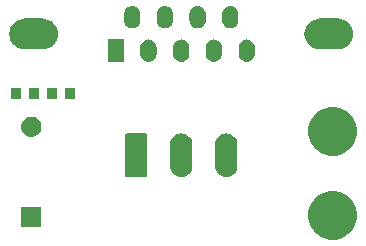
<source format=gts>
G04 #@! TF.GenerationSoftware,KiCad,Pcbnew,(5.1.4)-1*
G04 #@! TF.CreationDate,2021-11-22T21:05:38+08:00*
G04 #@! TF.ProjectId,CAN-DB9,43414e2d-4442-4392-9e6b-696361645f70,rev?*
G04 #@! TF.SameCoordinates,Original*
G04 #@! TF.FileFunction,Soldermask,Top*
G04 #@! TF.FilePolarity,Negative*
%FSLAX46Y46*%
G04 Gerber Fmt 4.6, Leading zero omitted, Abs format (unit mm)*
G04 Created by KiCad (PCBNEW (5.1.4)-1) date 2021-11-22 21:05:38*
%MOMM*%
%LPD*%
G04 APERTURE LIST*
%ADD10C,0.100000*%
G04 APERTURE END LIST*
D10*
G36*
X129249254Y-82863818D02*
G01*
X129622511Y-83018426D01*
X129622513Y-83018427D01*
X129958436Y-83242884D01*
X130244116Y-83528564D01*
X130468574Y-83864489D01*
X130623182Y-84237746D01*
X130702000Y-84633993D01*
X130702000Y-85038007D01*
X130623182Y-85434254D01*
X130468574Y-85807511D01*
X130468573Y-85807513D01*
X130244116Y-86143436D01*
X129958436Y-86429116D01*
X129622513Y-86653573D01*
X129622512Y-86653574D01*
X129622511Y-86653574D01*
X129249254Y-86808182D01*
X128853007Y-86887000D01*
X128448993Y-86887000D01*
X128052746Y-86808182D01*
X127679489Y-86653574D01*
X127679488Y-86653574D01*
X127679487Y-86653573D01*
X127343564Y-86429116D01*
X127057884Y-86143436D01*
X126833427Y-85807513D01*
X126833426Y-85807511D01*
X126678818Y-85434254D01*
X126600000Y-85038007D01*
X126600000Y-84633993D01*
X126678818Y-84237746D01*
X126833426Y-83864489D01*
X127057884Y-83528564D01*
X127343564Y-83242884D01*
X127679487Y-83018427D01*
X127679489Y-83018426D01*
X128052746Y-82863818D01*
X128448993Y-82785000D01*
X128853007Y-82785000D01*
X129249254Y-82863818D01*
X129249254Y-82863818D01*
G37*
G36*
X103975000Y-85814000D02*
G01*
X102273000Y-85814000D01*
X102273000Y-84112000D01*
X103975000Y-84112000D01*
X103975000Y-85814000D01*
X103975000Y-85814000D01*
G37*
G36*
X116010424Y-77918760D02*
G01*
X116010427Y-77918761D01*
X116010428Y-77918761D01*
X116189692Y-77973140D01*
X116189695Y-77973142D01*
X116189696Y-77973142D01*
X116354903Y-78061446D01*
X116499712Y-78180288D01*
X116618554Y-78325097D01*
X116706858Y-78490303D01*
X116706860Y-78490307D01*
X116706860Y-78490308D01*
X116761240Y-78669575D01*
X116775000Y-78809282D01*
X116775000Y-80702718D01*
X116761240Y-80842425D01*
X116761239Y-80842428D01*
X116761239Y-80842429D01*
X116706860Y-81021693D01*
X116706858Y-81021696D01*
X116706858Y-81021697D01*
X116618554Y-81186903D01*
X116499712Y-81331712D01*
X116354903Y-81450554D01*
X116207425Y-81529382D01*
X116189693Y-81538860D01*
X116010429Y-81593239D01*
X116010428Y-81593239D01*
X116010425Y-81593240D01*
X115824000Y-81611601D01*
X115637576Y-81593240D01*
X115637573Y-81593239D01*
X115637572Y-81593239D01*
X115458308Y-81538860D01*
X115440576Y-81529382D01*
X115293098Y-81450554D01*
X115148289Y-81331712D01*
X115029447Y-81186903D01*
X114941143Y-81021697D01*
X114941143Y-81021696D01*
X114941141Y-81021693D01*
X114886762Y-80842429D01*
X114886762Y-80842428D01*
X114886761Y-80842425D01*
X114873000Y-80702717D01*
X114873000Y-78809283D01*
X114886760Y-78669576D01*
X114886761Y-78669572D01*
X114941140Y-78490308D01*
X114941143Y-78490303D01*
X115029446Y-78325097D01*
X115148288Y-78180288D01*
X115293097Y-78061446D01*
X115458303Y-77973142D01*
X115458304Y-77973142D01*
X115458307Y-77973140D01*
X115637571Y-77918761D01*
X115637572Y-77918761D01*
X115637575Y-77918760D01*
X115824000Y-77900399D01*
X116010424Y-77918760D01*
X116010424Y-77918760D01*
G37*
G36*
X119820424Y-77918760D02*
G01*
X119820427Y-77918761D01*
X119820428Y-77918761D01*
X119999692Y-77973140D01*
X119999695Y-77973142D01*
X119999696Y-77973142D01*
X120164903Y-78061446D01*
X120309712Y-78180288D01*
X120428554Y-78325097D01*
X120516858Y-78490303D01*
X120516860Y-78490307D01*
X120516860Y-78490308D01*
X120571240Y-78669575D01*
X120585000Y-78809282D01*
X120585000Y-80702718D01*
X120571240Y-80842425D01*
X120571239Y-80842428D01*
X120571239Y-80842429D01*
X120516860Y-81021693D01*
X120516858Y-81021696D01*
X120516858Y-81021697D01*
X120428554Y-81186903D01*
X120309712Y-81331712D01*
X120164903Y-81450554D01*
X120017425Y-81529382D01*
X119999693Y-81538860D01*
X119820429Y-81593239D01*
X119820428Y-81593239D01*
X119820425Y-81593240D01*
X119634000Y-81611601D01*
X119447576Y-81593240D01*
X119447573Y-81593239D01*
X119447572Y-81593239D01*
X119268308Y-81538860D01*
X119250576Y-81529382D01*
X119103098Y-81450554D01*
X118958289Y-81331712D01*
X118839447Y-81186903D01*
X118751143Y-81021697D01*
X118751143Y-81021696D01*
X118751141Y-81021693D01*
X118696762Y-80842429D01*
X118696762Y-80842428D01*
X118696761Y-80842425D01*
X118683000Y-80702717D01*
X118683000Y-78809283D01*
X118696760Y-78669576D01*
X118696761Y-78669572D01*
X118751140Y-78490308D01*
X118751143Y-78490303D01*
X118839446Y-78325097D01*
X118958288Y-78180288D01*
X119103097Y-78061446D01*
X119268303Y-77973142D01*
X119268304Y-77973142D01*
X119268307Y-77973140D01*
X119447571Y-77918761D01*
X119447572Y-77918761D01*
X119447575Y-77918760D01*
X119634000Y-77900399D01*
X119820424Y-77918760D01*
X119820424Y-77918760D01*
G37*
G36*
X112824915Y-77908934D02*
G01*
X112857424Y-77918795D01*
X112887382Y-77934809D01*
X112913641Y-77956359D01*
X112935191Y-77982618D01*
X112951205Y-78012576D01*
X112961066Y-78045085D01*
X112965000Y-78085029D01*
X112965000Y-81426971D01*
X112961066Y-81466915D01*
X112951205Y-81499424D01*
X112935191Y-81529382D01*
X112913641Y-81555641D01*
X112887382Y-81577191D01*
X112857424Y-81593205D01*
X112824915Y-81603066D01*
X112784971Y-81607000D01*
X111243029Y-81607000D01*
X111203085Y-81603066D01*
X111170576Y-81593205D01*
X111140618Y-81577191D01*
X111114359Y-81555641D01*
X111092809Y-81529382D01*
X111076795Y-81499424D01*
X111066934Y-81466915D01*
X111063000Y-81426971D01*
X111063000Y-78085029D01*
X111066934Y-78045085D01*
X111076795Y-78012576D01*
X111092809Y-77982618D01*
X111114359Y-77956359D01*
X111140618Y-77934809D01*
X111170576Y-77918795D01*
X111203085Y-77908934D01*
X111243029Y-77905000D01*
X112784971Y-77905000D01*
X112824915Y-77908934D01*
X112824915Y-77908934D01*
G37*
G36*
X129249254Y-75751818D02*
G01*
X129622511Y-75906426D01*
X129622513Y-75906427D01*
X129958436Y-76130884D01*
X130244116Y-76416564D01*
X130388063Y-76631995D01*
X130468574Y-76752489D01*
X130623182Y-77125746D01*
X130702000Y-77521993D01*
X130702000Y-77926007D01*
X130623182Y-78322254D01*
X130468574Y-78695511D01*
X130468573Y-78695513D01*
X130244116Y-79031436D01*
X129958436Y-79317116D01*
X129622513Y-79541573D01*
X129622512Y-79541574D01*
X129622511Y-79541574D01*
X129249254Y-79696182D01*
X128853007Y-79775000D01*
X128448993Y-79775000D01*
X128052746Y-79696182D01*
X127679489Y-79541574D01*
X127679488Y-79541574D01*
X127679487Y-79541573D01*
X127343564Y-79317116D01*
X127057884Y-79031436D01*
X126833427Y-78695513D01*
X126833426Y-78695511D01*
X126678818Y-78322254D01*
X126600000Y-77926007D01*
X126600000Y-77521993D01*
X126678818Y-77125746D01*
X126833426Y-76752489D01*
X126913938Y-76631995D01*
X127057884Y-76416564D01*
X127343564Y-76130884D01*
X127679487Y-75906427D01*
X127679489Y-75906426D01*
X128052746Y-75751818D01*
X128448993Y-75673000D01*
X128853007Y-75673000D01*
X129249254Y-75751818D01*
X129249254Y-75751818D01*
G37*
G36*
X103290823Y-76504313D02*
G01*
X103451242Y-76552976D01*
X103583906Y-76623886D01*
X103599078Y-76631996D01*
X103728659Y-76738341D01*
X103835004Y-76867922D01*
X103835005Y-76867924D01*
X103914024Y-77015758D01*
X103962687Y-77176177D01*
X103979117Y-77343000D01*
X103962687Y-77509823D01*
X103914024Y-77670242D01*
X103843114Y-77802906D01*
X103835004Y-77818078D01*
X103728659Y-77947659D01*
X103599078Y-78054004D01*
X103599076Y-78054005D01*
X103451242Y-78133024D01*
X103290823Y-78181687D01*
X103165804Y-78194000D01*
X103082196Y-78194000D01*
X102957177Y-78181687D01*
X102796758Y-78133024D01*
X102648924Y-78054005D01*
X102648922Y-78054004D01*
X102519341Y-77947659D01*
X102412996Y-77818078D01*
X102404886Y-77802906D01*
X102333976Y-77670242D01*
X102285313Y-77509823D01*
X102268883Y-77343000D01*
X102285313Y-77176177D01*
X102333976Y-77015758D01*
X102412995Y-76867924D01*
X102412996Y-76867922D01*
X102519341Y-76738341D01*
X102648922Y-76631996D01*
X102664094Y-76623886D01*
X102796758Y-76552976D01*
X102957177Y-76504313D01*
X103082196Y-76492000D01*
X103165804Y-76492000D01*
X103290823Y-76504313D01*
X103290823Y-76504313D01*
G37*
G36*
X103810000Y-75006400D02*
G01*
X102946000Y-75006400D01*
X102946000Y-74091600D01*
X103810000Y-74091600D01*
X103810000Y-75006400D01*
X103810000Y-75006400D01*
G37*
G36*
X106858000Y-75006400D02*
G01*
X105994000Y-75006400D01*
X105994000Y-74091600D01*
X106858000Y-74091600D01*
X106858000Y-75006400D01*
X106858000Y-75006400D01*
G37*
G36*
X102286000Y-75006400D02*
G01*
X101422000Y-75006400D01*
X101422000Y-74091600D01*
X102286000Y-74091600D01*
X102286000Y-75006400D01*
X102286000Y-75006400D01*
G37*
G36*
X105334000Y-75006400D02*
G01*
X104470000Y-75006400D01*
X104470000Y-74091600D01*
X105334000Y-74091600D01*
X105334000Y-75006400D01*
X105334000Y-75006400D01*
G37*
G36*
X118728479Y-69958926D02*
G01*
X118762618Y-69969282D01*
X118857795Y-69998153D01*
X118976964Y-70061851D01*
X119081423Y-70147577D01*
X119167149Y-70252036D01*
X119230847Y-70371205D01*
X119270074Y-70500522D01*
X119280000Y-70601300D01*
X119280000Y-71176700D01*
X119270074Y-71277478D01*
X119230847Y-71406795D01*
X119167149Y-71525964D01*
X119081423Y-71630422D01*
X118976963Y-71716149D01*
X118857794Y-71779847D01*
X118804393Y-71796046D01*
X118728478Y-71819074D01*
X118594000Y-71832319D01*
X118459521Y-71819074D01*
X118383606Y-71796046D01*
X118330205Y-71779847D01*
X118211036Y-71716149D01*
X118106578Y-71630423D01*
X118020851Y-71525963D01*
X117957153Y-71406794D01*
X117940955Y-71353394D01*
X117917926Y-71277478D01*
X117908000Y-71176697D01*
X117908000Y-70601302D01*
X117917926Y-70500521D01*
X117957152Y-70371209D01*
X117957152Y-70371208D01*
X117991201Y-70307508D01*
X118020852Y-70252035D01*
X118028539Y-70242669D01*
X118106578Y-70147577D01*
X118211037Y-70061851D01*
X118330206Y-69998153D01*
X118425383Y-69969282D01*
X118459522Y-69958926D01*
X118594000Y-69945681D01*
X118728479Y-69958926D01*
X118728479Y-69958926D01*
G37*
G36*
X121498479Y-69958926D02*
G01*
X121532618Y-69969282D01*
X121627795Y-69998153D01*
X121746964Y-70061851D01*
X121851423Y-70147577D01*
X121937149Y-70252036D01*
X122000847Y-70371205D01*
X122040074Y-70500522D01*
X122050000Y-70601300D01*
X122050000Y-71176700D01*
X122040074Y-71277478D01*
X122000847Y-71406795D01*
X121937149Y-71525964D01*
X121851423Y-71630422D01*
X121746963Y-71716149D01*
X121627794Y-71779847D01*
X121574393Y-71796046D01*
X121498478Y-71819074D01*
X121364000Y-71832319D01*
X121229521Y-71819074D01*
X121153606Y-71796046D01*
X121100205Y-71779847D01*
X120981036Y-71716149D01*
X120876578Y-71630423D01*
X120790851Y-71525963D01*
X120727153Y-71406794D01*
X120710955Y-71353394D01*
X120687926Y-71277478D01*
X120678000Y-71176697D01*
X120678000Y-70601302D01*
X120687926Y-70500521D01*
X120727152Y-70371209D01*
X120727152Y-70371208D01*
X120761201Y-70307508D01*
X120790852Y-70252035D01*
X120798539Y-70242669D01*
X120876578Y-70147577D01*
X120981037Y-70061851D01*
X121100206Y-69998153D01*
X121195383Y-69969282D01*
X121229522Y-69958926D01*
X121364000Y-69945681D01*
X121498479Y-69958926D01*
X121498479Y-69958926D01*
G37*
G36*
X115958479Y-69958926D02*
G01*
X115992618Y-69969282D01*
X116087795Y-69998153D01*
X116206964Y-70061851D01*
X116311423Y-70147577D01*
X116397149Y-70252036D01*
X116460847Y-70371205D01*
X116500074Y-70500522D01*
X116510000Y-70601300D01*
X116510000Y-71176700D01*
X116500074Y-71277478D01*
X116460847Y-71406795D01*
X116397149Y-71525964D01*
X116311423Y-71630422D01*
X116206963Y-71716149D01*
X116087794Y-71779847D01*
X116034393Y-71796046D01*
X115958478Y-71819074D01*
X115824000Y-71832319D01*
X115689521Y-71819074D01*
X115613606Y-71796046D01*
X115560205Y-71779847D01*
X115441036Y-71716149D01*
X115336578Y-71630423D01*
X115250851Y-71525963D01*
X115187153Y-71406794D01*
X115170955Y-71353394D01*
X115147926Y-71277478D01*
X115138000Y-71176697D01*
X115138000Y-70601302D01*
X115147926Y-70500521D01*
X115187152Y-70371209D01*
X115187152Y-70371208D01*
X115221201Y-70307508D01*
X115250852Y-70252035D01*
X115258539Y-70242669D01*
X115336578Y-70147577D01*
X115441037Y-70061851D01*
X115560206Y-69998153D01*
X115655383Y-69969282D01*
X115689522Y-69958926D01*
X115824000Y-69945681D01*
X115958479Y-69958926D01*
X115958479Y-69958926D01*
G37*
G36*
X113188479Y-69958926D02*
G01*
X113222618Y-69969282D01*
X113317795Y-69998153D01*
X113436964Y-70061851D01*
X113541423Y-70147577D01*
X113627149Y-70252036D01*
X113690847Y-70371205D01*
X113730074Y-70500522D01*
X113740000Y-70601300D01*
X113740000Y-71176700D01*
X113730074Y-71277478D01*
X113690847Y-71406795D01*
X113627149Y-71525964D01*
X113541423Y-71630422D01*
X113436963Y-71716149D01*
X113317794Y-71779847D01*
X113264393Y-71796046D01*
X113188478Y-71819074D01*
X113054000Y-71832319D01*
X112919521Y-71819074D01*
X112843606Y-71796046D01*
X112790205Y-71779847D01*
X112671036Y-71716149D01*
X112566578Y-71630423D01*
X112480851Y-71525963D01*
X112417153Y-71406794D01*
X112400955Y-71353394D01*
X112377926Y-71277478D01*
X112368000Y-71176697D01*
X112368000Y-70601302D01*
X112377926Y-70500521D01*
X112417152Y-70371209D01*
X112417152Y-70371208D01*
X112451201Y-70307508D01*
X112480852Y-70252035D01*
X112488539Y-70242669D01*
X112566578Y-70147577D01*
X112671037Y-70061851D01*
X112790206Y-69998153D01*
X112885383Y-69969282D01*
X112919522Y-69958926D01*
X113054000Y-69945681D01*
X113188479Y-69958926D01*
X113188479Y-69958926D01*
G37*
G36*
X110970000Y-71829000D02*
G01*
X109598000Y-71829000D01*
X109598000Y-69949000D01*
X110970000Y-69949000D01*
X110970000Y-71829000D01*
X110970000Y-71829000D01*
G37*
G36*
X104238472Y-68177412D02*
G01*
X104334040Y-68186825D01*
X104579280Y-68261218D01*
X104805294Y-68382025D01*
X104856899Y-68424376D01*
X105003397Y-68544603D01*
X105119407Y-68685963D01*
X105165975Y-68742706D01*
X105286782Y-68968720D01*
X105361175Y-69213960D01*
X105386294Y-69469000D01*
X105361175Y-69724040D01*
X105286782Y-69969280D01*
X105165975Y-70195294D01*
X105123624Y-70246899D01*
X105003397Y-70393397D01*
X104856899Y-70513624D01*
X104805294Y-70555975D01*
X104579280Y-70676782D01*
X104334040Y-70751175D01*
X104238472Y-70760588D01*
X104142906Y-70770000D01*
X102515094Y-70770000D01*
X102419528Y-70760588D01*
X102323960Y-70751175D01*
X102078720Y-70676782D01*
X101852706Y-70555975D01*
X101801101Y-70513624D01*
X101654603Y-70393397D01*
X101534376Y-70246899D01*
X101492025Y-70195294D01*
X101371218Y-69969280D01*
X101296825Y-69724040D01*
X101271706Y-69469000D01*
X101296825Y-69213960D01*
X101371218Y-68968720D01*
X101492025Y-68742706D01*
X101538593Y-68685963D01*
X101654603Y-68544603D01*
X101801101Y-68424376D01*
X101852706Y-68382025D01*
X102078720Y-68261218D01*
X102323960Y-68186825D01*
X102419528Y-68177412D01*
X102515094Y-68168000D01*
X104142906Y-68168000D01*
X104238472Y-68177412D01*
X104238472Y-68177412D01*
G37*
G36*
X129228472Y-68177412D02*
G01*
X129324040Y-68186825D01*
X129569280Y-68261218D01*
X129795294Y-68382025D01*
X129846899Y-68424376D01*
X129993397Y-68544603D01*
X130109407Y-68685963D01*
X130155975Y-68742706D01*
X130276782Y-68968720D01*
X130351175Y-69213960D01*
X130376294Y-69469000D01*
X130351175Y-69724040D01*
X130276782Y-69969280D01*
X130155975Y-70195294D01*
X130113624Y-70246899D01*
X129993397Y-70393397D01*
X129846899Y-70513624D01*
X129795294Y-70555975D01*
X129569280Y-70676782D01*
X129324040Y-70751175D01*
X129228472Y-70760588D01*
X129132906Y-70770000D01*
X127505094Y-70770000D01*
X127409528Y-70760588D01*
X127313960Y-70751175D01*
X127068720Y-70676782D01*
X126842706Y-70555975D01*
X126791101Y-70513624D01*
X126644603Y-70393397D01*
X126524376Y-70246899D01*
X126482025Y-70195294D01*
X126361218Y-69969280D01*
X126286825Y-69724040D01*
X126261706Y-69469000D01*
X126286825Y-69213960D01*
X126361218Y-68968720D01*
X126482025Y-68742706D01*
X126528593Y-68685963D01*
X126644603Y-68544603D01*
X126791101Y-68424376D01*
X126842706Y-68382025D01*
X127068720Y-68261218D01*
X127313960Y-68186825D01*
X127409528Y-68177412D01*
X127505094Y-68168000D01*
X129132906Y-68168000D01*
X129228472Y-68177412D01*
X129228472Y-68177412D01*
G37*
G36*
X114573479Y-67118926D02*
G01*
X114649395Y-67141955D01*
X114702795Y-67158153D01*
X114821964Y-67221851D01*
X114926423Y-67307577D01*
X115012149Y-67412036D01*
X115075847Y-67531205D01*
X115115074Y-67660522D01*
X115125000Y-67761300D01*
X115125000Y-68336700D01*
X115115074Y-68437478D01*
X115075847Y-68566795D01*
X115012149Y-68685964D01*
X114926423Y-68790422D01*
X114821963Y-68876149D01*
X114702794Y-68939847D01*
X114649393Y-68956046D01*
X114573478Y-68979074D01*
X114439000Y-68992319D01*
X114304521Y-68979074D01*
X114228606Y-68956046D01*
X114175205Y-68939847D01*
X114056036Y-68876149D01*
X113951578Y-68790423D01*
X113865851Y-68685963D01*
X113802153Y-68566794D01*
X113785955Y-68513394D01*
X113762926Y-68437478D01*
X113753000Y-68336697D01*
X113753000Y-67761302D01*
X113762926Y-67660521D01*
X113802152Y-67531209D01*
X113802152Y-67531208D01*
X113836201Y-67467508D01*
X113865852Y-67412035D01*
X113873539Y-67402669D01*
X113951578Y-67307577D01*
X114056037Y-67221851D01*
X114175206Y-67158153D01*
X114228606Y-67141955D01*
X114304522Y-67118926D01*
X114439000Y-67105681D01*
X114573479Y-67118926D01*
X114573479Y-67118926D01*
G37*
G36*
X111803479Y-67118926D02*
G01*
X111879395Y-67141955D01*
X111932795Y-67158153D01*
X112051964Y-67221851D01*
X112156423Y-67307577D01*
X112242149Y-67412036D01*
X112305847Y-67531205D01*
X112345074Y-67660522D01*
X112355000Y-67761300D01*
X112355000Y-68336700D01*
X112345074Y-68437478D01*
X112305847Y-68566795D01*
X112242149Y-68685964D01*
X112156423Y-68790422D01*
X112051963Y-68876149D01*
X111932794Y-68939847D01*
X111879393Y-68956046D01*
X111803478Y-68979074D01*
X111669000Y-68992319D01*
X111534521Y-68979074D01*
X111458606Y-68956046D01*
X111405205Y-68939847D01*
X111286036Y-68876149D01*
X111181578Y-68790423D01*
X111095851Y-68685963D01*
X111032153Y-68566794D01*
X111015955Y-68513394D01*
X110992926Y-68437478D01*
X110983000Y-68336697D01*
X110983000Y-67761302D01*
X110992926Y-67660521D01*
X111032152Y-67531209D01*
X111032152Y-67531208D01*
X111066201Y-67467508D01*
X111095852Y-67412035D01*
X111103539Y-67402669D01*
X111181578Y-67307577D01*
X111286037Y-67221851D01*
X111405206Y-67158153D01*
X111458606Y-67141955D01*
X111534522Y-67118926D01*
X111669000Y-67105681D01*
X111803479Y-67118926D01*
X111803479Y-67118926D01*
G37*
G36*
X120113479Y-67118926D02*
G01*
X120189395Y-67141955D01*
X120242795Y-67158153D01*
X120361964Y-67221851D01*
X120466423Y-67307577D01*
X120552149Y-67412036D01*
X120615847Y-67531205D01*
X120655074Y-67660522D01*
X120665000Y-67761300D01*
X120665000Y-68336700D01*
X120655074Y-68437478D01*
X120615847Y-68566795D01*
X120552149Y-68685964D01*
X120466423Y-68790422D01*
X120361963Y-68876149D01*
X120242794Y-68939847D01*
X120189393Y-68956046D01*
X120113478Y-68979074D01*
X119979000Y-68992319D01*
X119844521Y-68979074D01*
X119768606Y-68956046D01*
X119715205Y-68939847D01*
X119596036Y-68876149D01*
X119491578Y-68790423D01*
X119405851Y-68685963D01*
X119342153Y-68566794D01*
X119325955Y-68513394D01*
X119302926Y-68437478D01*
X119293000Y-68336697D01*
X119293000Y-67761302D01*
X119302926Y-67660521D01*
X119342152Y-67531209D01*
X119342152Y-67531208D01*
X119376201Y-67467508D01*
X119405852Y-67412035D01*
X119413539Y-67402669D01*
X119491578Y-67307577D01*
X119596037Y-67221851D01*
X119715206Y-67158153D01*
X119768606Y-67141955D01*
X119844522Y-67118926D01*
X119979000Y-67105681D01*
X120113479Y-67118926D01*
X120113479Y-67118926D01*
G37*
G36*
X117343479Y-67118926D02*
G01*
X117419395Y-67141955D01*
X117472795Y-67158153D01*
X117591964Y-67221851D01*
X117696423Y-67307577D01*
X117782149Y-67412036D01*
X117845847Y-67531205D01*
X117885074Y-67660522D01*
X117895000Y-67761300D01*
X117895000Y-68336700D01*
X117885074Y-68437478D01*
X117845847Y-68566795D01*
X117782149Y-68685964D01*
X117696423Y-68790422D01*
X117591963Y-68876149D01*
X117472794Y-68939847D01*
X117419393Y-68956046D01*
X117343478Y-68979074D01*
X117209000Y-68992319D01*
X117074521Y-68979074D01*
X116998606Y-68956046D01*
X116945205Y-68939847D01*
X116826036Y-68876149D01*
X116721578Y-68790423D01*
X116635851Y-68685963D01*
X116572153Y-68566794D01*
X116555955Y-68513394D01*
X116532926Y-68437478D01*
X116523000Y-68336697D01*
X116523000Y-67761302D01*
X116532926Y-67660521D01*
X116572152Y-67531209D01*
X116572152Y-67531208D01*
X116606201Y-67467508D01*
X116635852Y-67412035D01*
X116643539Y-67402669D01*
X116721578Y-67307577D01*
X116826037Y-67221851D01*
X116945206Y-67158153D01*
X116998606Y-67141955D01*
X117074522Y-67118926D01*
X117209000Y-67105681D01*
X117343479Y-67118926D01*
X117343479Y-67118926D01*
G37*
M02*

</source>
